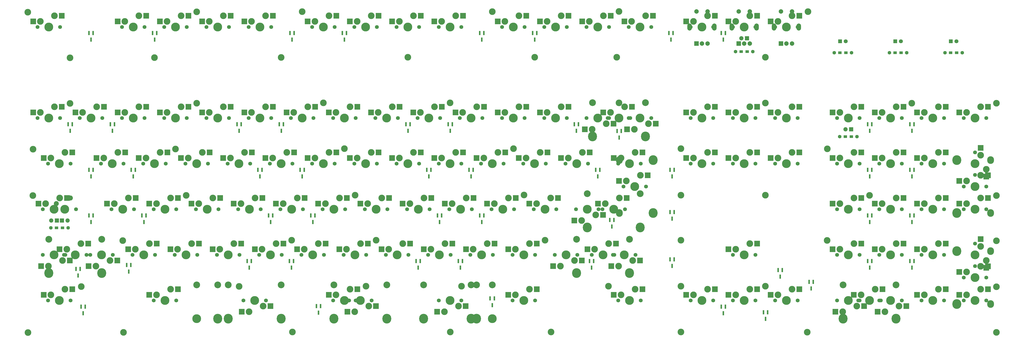
<source format=gbs>
G04 #@! TF.GenerationSoftware,KiCad,Pcbnew,7.0.7*
G04 #@! TF.CreationDate,2023-09-16T21:04:52-07:00*
G04 #@! TF.ProjectId,pcb,7063622e-6b69-4636-9164-5f7063625858,rev?*
G04 #@! TF.SameCoordinates,Original*
G04 #@! TF.FileFunction,Soldermask,Bot*
G04 #@! TF.FilePolarity,Negative*
%FSLAX46Y46*%
G04 Gerber Fmt 4.6, Leading zero omitted, Abs format (unit mm)*
G04 Created by KiCad (PCBNEW 7.0.7) date 2023-09-16 21:04:52*
%MOMM*%
%LPD*%
G01*
G04 APERTURE LIST*
%ADD10C,3.987800*%
%ADD11C,1.750000*%
%ADD12C,3.000000*%
%ADD13R,2.550000X2.500000*%
%ADD14C,1.600000*%
%ADD15R,1.500000X1.200000*%
%ADD16R,1.800000X1.800000*%
%ADD17C,1.800000*%
%ADD18C,3.048000*%
%ADD19O,3.987800X4.387800*%
%ADD20O,2.000000X3.200000*%
%ADD21R,2.000000X2.000000*%
%ADD22C,2.000000*%
%ADD23O,3.048000X3.448000*%
%ADD24R,2.500000X2.550000*%
%ADD25C,2.250000*%
%ADD26C,1.905000*%
%ADD27R,1.905000X1.905000*%
%ADD28R,0.800000X1.900000*%
G04 APERTURE END LIST*
D10*
X316706250Y-154200150D03*
D11*
X311626250Y-154200150D03*
D12*
X314166250Y-159280150D03*
D11*
X321786250Y-154200150D03*
D12*
X320516250Y-156740150D03*
D13*
X323791250Y-156740150D03*
X310864250Y-159280150D03*
D14*
X444150000Y-62992000D03*
D15*
X441600000Y-62992000D03*
D14*
X436350000Y-62992000D03*
D15*
X438900000Y-62992000D03*
D11*
X209867500Y-133640143D03*
D10*
X204787500Y-133640143D03*
D12*
X207327500Y-128560143D03*
D11*
X199707500Y-133640143D03*
D12*
X200977500Y-131100143D03*
D13*
X197702500Y-131100143D03*
X210629500Y-128560143D03*
D12*
X190500000Y-106330000D03*
X367023500Y-89980097D03*
D11*
X365753500Y-92520097D03*
X375913500Y-92520097D03*
D10*
X370833500Y-92520097D03*
D12*
X373373500Y-87440097D03*
D13*
X363748500Y-89980097D03*
X376675500Y-87440097D03*
D12*
X66680000Y-65300000D03*
D16*
X438975000Y-57900000D03*
D17*
X441515000Y-57900000D03*
D11*
X147320000Y-51400055D03*
D12*
X154940000Y-46320055D03*
D10*
X152400000Y-51400055D03*
D12*
X148590000Y-48860055D03*
D11*
X157480000Y-51400055D03*
D13*
X145315000Y-48860055D03*
X158242000Y-46320055D03*
D10*
X195262500Y-154200165D03*
D12*
X197802500Y-149120165D03*
D11*
X190182500Y-154200165D03*
X200342500Y-154200165D03*
D12*
X191452500Y-151660165D03*
D13*
X188177500Y-151660165D03*
X201104500Y-149120165D03*
D11*
X412737000Y-174760181D03*
X422897000Y-174760181D03*
D10*
X417817000Y-174760181D03*
D12*
X421627000Y-177300181D03*
X415277000Y-179840181D03*
D13*
X424902000Y-177300181D03*
X411975000Y-179840181D03*
D12*
X200190000Y-168330000D03*
D15*
X63326000Y-141986000D03*
D14*
X65876000Y-141986000D03*
X58076000Y-141986000D03*
D15*
X60626000Y-141986000D03*
D11*
X317023750Y-133640130D03*
D18*
X300005750Y-126655130D03*
D12*
X314483750Y-128560130D03*
D11*
X306863750Y-133640130D03*
D18*
X323881750Y-126655130D03*
D12*
X308133750Y-131100130D03*
D19*
X300005750Y-141895130D03*
D10*
X311943750Y-133640130D03*
D19*
X323881750Y-141895130D03*
D13*
X304858750Y-131100130D03*
X317785750Y-128560130D03*
D12*
X342260000Y-127280000D03*
X380360000Y-85690000D03*
D10*
X185737500Y-133640143D03*
D11*
X180657500Y-133640143D03*
D12*
X181927500Y-131100143D03*
D11*
X190817500Y-133640143D03*
D12*
X188277500Y-128560143D03*
D13*
X178652500Y-131100143D03*
X191579500Y-128560143D03*
D15*
X372183500Y-62484000D03*
D14*
X374733500Y-62484000D03*
X366933500Y-62484000D03*
D15*
X369483500Y-62484000D03*
D12*
X166690000Y-147640000D03*
D11*
X469887000Y-174760187D03*
D10*
X474967000Y-174760187D03*
D12*
X477507000Y-169680187D03*
D11*
X480047000Y-174760187D03*
D12*
X471157000Y-172220187D03*
D13*
X467882000Y-172220187D03*
X480809000Y-169680187D03*
D11*
X431787000Y-133640139D03*
D12*
X433057000Y-131100139D03*
D10*
X436867000Y-133640139D03*
D12*
X439407000Y-128560139D03*
D11*
X441947000Y-133640139D03*
D13*
X429782000Y-131100139D03*
X442709000Y-128560139D03*
D12*
X115252500Y-151660165D03*
D10*
X119062500Y-154200165D03*
D11*
X113982500Y-154200165D03*
D12*
X121602500Y-149120165D03*
D11*
X124142500Y-154200165D03*
D13*
X111977500Y-151660165D03*
X124904500Y-149120165D03*
D10*
X85725000Y-113080121D03*
D11*
X90805000Y-113080121D03*
D12*
X81915000Y-110540121D03*
D11*
X80645000Y-113080121D03*
D12*
X88265000Y-108000121D03*
D13*
X78640000Y-110540121D03*
X91567000Y-108000121D03*
D12*
X105727500Y-172220187D03*
D10*
X109537500Y-174760187D03*
D11*
X114617500Y-174760187D03*
D12*
X112077500Y-169680187D03*
D11*
X104457500Y-174760187D03*
D13*
X102452500Y-172220187D03*
X115379500Y-169680187D03*
D12*
X414007000Y-151660160D03*
X420357000Y-149120160D03*
D11*
X422897000Y-154200160D03*
D10*
X417817000Y-154200160D03*
D11*
X412737000Y-154200160D03*
D13*
X410732000Y-151660160D03*
X423659000Y-149120160D03*
D11*
X238442500Y-154200165D03*
X228282500Y-154200165D03*
D12*
X229552500Y-151660165D03*
X235902500Y-149120165D03*
D10*
X233362500Y-154200165D03*
D13*
X226277500Y-151660165D03*
X239204500Y-149120165D03*
D20*
X376433500Y-51400055D03*
X365233500Y-51400055D03*
D21*
X368333500Y-58900055D03*
D22*
X373333500Y-58900055D03*
X370833500Y-58900055D03*
X373333500Y-44400055D03*
X368333500Y-44400055D03*
D11*
X450837000Y-133640139D03*
D12*
X458457000Y-128560139D03*
D11*
X460997000Y-133640139D03*
D10*
X455917000Y-133640139D03*
D12*
X452107000Y-131100139D03*
D13*
X448832000Y-131100139D03*
X461759000Y-128560139D03*
D12*
X71596250Y-149120150D03*
D10*
X69056250Y-154200150D03*
D18*
X57118250Y-147215150D03*
D19*
X57118250Y-162455150D03*
D11*
X63976250Y-154200150D03*
X74136250Y-154200150D03*
D18*
X80994250Y-147215150D03*
D19*
X80994250Y-162455150D03*
D12*
X65246250Y-151660150D03*
D13*
X61971250Y-151660150D03*
X74898250Y-149120150D03*
D12*
X90870000Y-189180000D03*
X380360000Y-65090000D03*
X283700000Y-188980000D03*
D10*
X104775000Y-113080121D03*
D12*
X100965000Y-110540121D03*
X107315000Y-108000121D03*
D11*
X109855000Y-113080121D03*
X99695000Y-113080121D03*
D13*
X97690000Y-110540121D03*
X110617000Y-108000121D03*
D12*
X193040000Y-87440099D03*
X186690000Y-89980099D03*
D11*
X185420000Y-92520099D03*
X195580000Y-92520099D03*
D10*
X190500000Y-92520099D03*
D13*
X183415000Y-89980099D03*
X196342000Y-87440099D03*
D12*
X238210000Y-189010000D03*
D10*
X128587500Y-133640143D03*
D12*
X124777500Y-131100143D03*
D11*
X123507500Y-133640143D03*
X133667500Y-133640143D03*
D12*
X131127500Y-128560143D03*
D13*
X121502500Y-131100143D03*
X134429500Y-128560143D03*
D12*
X484610000Y-127460000D03*
D11*
X384803500Y-174760188D03*
X394963500Y-174760188D03*
D12*
X392423500Y-169680188D03*
D10*
X389883500Y-174760188D03*
D12*
X386073500Y-172220188D03*
D13*
X382798500Y-172220188D03*
X395725500Y-169680188D03*
D10*
X474967000Y-123360132D03*
D19*
X466712000Y-111422132D03*
D11*
X469887000Y-123360132D03*
D19*
X466712000Y-135298132D03*
D23*
X481952000Y-135298132D03*
D11*
X480047000Y-123360132D03*
D23*
X481952000Y-111422132D03*
D12*
X477507000Y-118280132D03*
X471157000Y-120820132D03*
D13*
X467882000Y-120820132D03*
X480809000Y-118280132D03*
D12*
X202565000Y-108000121D03*
D11*
X205105000Y-113080121D03*
D12*
X196215000Y-110540121D03*
D10*
X200025000Y-113080121D03*
D11*
X194945000Y-113080121D03*
D13*
X192940000Y-110540121D03*
X205867000Y-108000121D03*
D12*
X427350000Y-127400000D03*
X392423500Y-87440097D03*
D11*
X394963500Y-92520097D03*
D10*
X389883500Y-92520097D03*
D12*
X386073500Y-89980097D03*
D11*
X384803500Y-92520097D03*
D13*
X382798500Y-89980097D03*
X395725500Y-87440097D03*
D14*
X469210000Y-62992000D03*
D15*
X466660000Y-62992000D03*
D14*
X461410000Y-62992000D03*
D15*
X463960000Y-62992000D03*
D10*
X61912500Y-113080121D03*
D11*
X56832500Y-113080121D03*
D12*
X64452500Y-108000121D03*
X58102500Y-110540121D03*
D11*
X66992500Y-113080121D03*
D13*
X54827500Y-110540121D03*
X67754500Y-108000121D03*
D12*
X238130000Y-85660000D03*
D11*
X209232500Y-154200165D03*
D12*
X216852500Y-149120165D03*
D10*
X214312500Y-154200165D03*
D12*
X210502500Y-151660165D03*
D11*
X219392500Y-154200165D03*
D13*
X207227500Y-151660165D03*
X220154500Y-149120165D03*
D12*
X226377500Y-128560143D03*
D11*
X218757500Y-133640143D03*
X228917500Y-133640143D03*
D10*
X223837500Y-133640143D03*
D12*
X220027500Y-131100143D03*
D13*
X216752500Y-131100143D03*
X229679500Y-128560143D03*
D12*
X313320000Y-65040000D03*
X380360000Y-168380000D03*
X204800000Y-147580000D03*
X342260000Y-168330000D03*
X327660000Y-95060099D03*
D10*
X323850000Y-92520099D03*
D11*
X318770000Y-92520099D03*
X328930000Y-92520099D03*
D12*
X321310000Y-97600099D03*
D13*
X330935000Y-95060099D03*
X318008000Y-97600099D03*
D16*
X414065000Y-57880000D03*
D17*
X416605000Y-57880000D03*
D12*
X408280000Y-147700000D03*
D11*
X375913500Y-113080118D03*
X365753500Y-113080118D03*
D12*
X367023500Y-110540118D03*
D10*
X370833500Y-113080118D03*
D12*
X373373500Y-108000118D03*
D13*
X363748500Y-110540118D03*
X376675500Y-108000118D03*
D12*
X180980000Y-85670000D03*
D10*
X209550000Y-92520099D03*
D11*
X204470000Y-92520099D03*
D12*
X205740000Y-89980099D03*
X212090000Y-87440099D03*
D11*
X214630000Y-92520099D03*
D13*
X202465000Y-89980099D03*
X215392000Y-87440099D03*
D12*
X139065000Y-110540121D03*
D10*
X142875000Y-113080121D03*
D11*
X137795000Y-113080121D03*
D12*
X145415000Y-108000121D03*
D11*
X147955000Y-113080121D03*
D13*
X135790000Y-110540121D03*
X148717000Y-108000121D03*
D12*
X161970000Y-65120000D03*
X186690000Y-172220170D03*
X193040000Y-169680170D03*
D18*
X133350000Y-167775170D03*
D19*
X133350000Y-183015170D03*
D10*
X190500000Y-174760170D03*
D11*
X185420000Y-174760170D03*
X195580000Y-174760170D03*
D19*
X247650000Y-183015170D03*
D18*
X247650000Y-167775170D03*
D13*
X183415000Y-172220170D03*
X196342000Y-169680170D03*
D10*
X351783500Y-51400055D03*
D12*
X354323500Y-46320055D03*
D11*
X356863500Y-51400055D03*
D12*
X347973500Y-48860055D03*
D11*
X346703500Y-51400055D03*
D13*
X344698500Y-48860055D03*
X357625500Y-46320055D03*
D11*
X300355000Y-113080121D03*
X290195000Y-113080121D03*
D12*
X291465000Y-110540121D03*
D10*
X295275000Y-113080121D03*
D12*
X297815000Y-108000121D03*
D13*
X288190000Y-110540121D03*
X301117000Y-108000121D03*
D11*
X314007500Y-174760187D03*
D12*
X321627500Y-169680187D03*
D10*
X319087500Y-174760187D03*
D11*
X324167500Y-174760187D03*
D12*
X315277500Y-172220187D03*
D13*
X312002500Y-172220187D03*
X324929500Y-169680187D03*
D11*
X138430000Y-51400055D03*
D12*
X129540000Y-48860055D03*
D10*
X133350000Y-51400055D03*
D12*
X135890000Y-46320055D03*
D11*
X128270000Y-51400055D03*
D13*
X126265000Y-48860055D03*
X139192000Y-46320055D03*
D12*
X269240000Y-87440099D03*
X262890000Y-89980099D03*
D11*
X261620000Y-92520099D03*
D10*
X266700000Y-92520099D03*
D11*
X271780000Y-92520099D03*
D13*
X259615000Y-89980099D03*
X272542000Y-87440099D03*
D12*
X484610000Y-189200000D03*
X171460000Y-44480000D03*
D11*
X375913500Y-154200167D03*
D10*
X370833500Y-154200167D03*
D12*
X373373500Y-149120167D03*
D11*
X365753500Y-154200167D03*
D12*
X367023500Y-151660167D03*
D13*
X363748500Y-151660167D03*
X376675500Y-149120167D03*
D11*
X266382500Y-174760187D03*
D12*
X267652500Y-172220187D03*
D11*
X276542500Y-174760187D03*
D12*
X274002500Y-169680187D03*
D10*
X271462500Y-174760187D03*
D13*
X264377500Y-172220187D03*
X277304500Y-169680187D03*
D12*
X297497500Y-138720143D03*
D11*
X294957500Y-133640143D03*
D10*
X300037500Y-133640143D03*
D12*
X303847500Y-136180143D03*
D11*
X305117500Y-133640143D03*
D13*
X307122500Y-136180143D03*
X294195500Y-138720143D03*
D11*
X171767500Y-133640143D03*
D10*
X166687500Y-133640143D03*
D12*
X169227500Y-128560143D03*
X162877500Y-131100143D03*
D11*
X161607500Y-133640143D03*
D13*
X159602500Y-131100143D03*
X172529500Y-128560143D03*
D12*
X119070000Y-127420000D03*
X114310000Y-106470000D03*
X414007000Y-110540118D03*
D11*
X422897000Y-113080118D03*
D12*
X420357000Y-108000118D03*
D10*
X417817000Y-113080118D03*
D11*
X412737000Y-113080118D03*
D13*
X410732000Y-110540118D03*
X423659000Y-108000118D03*
D10*
X123825000Y-113080121D03*
D12*
X126365000Y-108000121D03*
D11*
X128905000Y-113080121D03*
D12*
X120015000Y-110540121D03*
D11*
X118745000Y-113080121D03*
D13*
X116740000Y-110540121D03*
X129667000Y-108000121D03*
D12*
X452107000Y-89980097D03*
D11*
X450837000Y-92520097D03*
D10*
X455917000Y-92520097D03*
D12*
X458457000Y-87440097D03*
D11*
X460997000Y-92520097D03*
D13*
X448832000Y-89980097D03*
X461759000Y-87440097D03*
D11*
X299720000Y-51400055D03*
D10*
X304800000Y-51400055D03*
D12*
X307340000Y-46320055D03*
D11*
X309880000Y-51400055D03*
D12*
X300990000Y-48860055D03*
D13*
X297715000Y-48860055D03*
X310642000Y-46320055D03*
D12*
X281940000Y-48860055D03*
D10*
X285750000Y-51400055D03*
D11*
X280670000Y-51400055D03*
D12*
X288290000Y-46320055D03*
D11*
X290830000Y-51400055D03*
D13*
X278665000Y-48860055D03*
X291592000Y-46320055D03*
D11*
X474967000Y-149120160D03*
D12*
X477507000Y-150390160D03*
D10*
X474967000Y-154200160D03*
D11*
X474967000Y-159280160D03*
D12*
X480047000Y-156740160D03*
D24*
X477507000Y-147115160D03*
X480047000Y-160042160D03*
D19*
X138080750Y-183015170D03*
D12*
X153828750Y-177300170D03*
D11*
X155098750Y-174760170D03*
D19*
X161956750Y-183015170D03*
D18*
X161956750Y-167775170D03*
X138080750Y-167775170D03*
D11*
X144938750Y-174760170D03*
D10*
X150018750Y-174760170D03*
D12*
X147478750Y-179840170D03*
D13*
X157103750Y-177300170D03*
X144176750Y-179840170D03*
D12*
X446390000Y-85800000D03*
D16*
X464035000Y-57900000D03*
D17*
X466575000Y-57900000D03*
D12*
X47620000Y-44730000D03*
D11*
X194945000Y-51400055D03*
D10*
X200025000Y-51400055D03*
D12*
X196215000Y-48860055D03*
X202565000Y-46320055D03*
D11*
X205105000Y-51400055D03*
D13*
X192940000Y-48860055D03*
X205867000Y-46320055D03*
D11*
X138430000Y-92520099D03*
D10*
X133350000Y-92520099D03*
D12*
X129540000Y-89980099D03*
D11*
X128270000Y-92520099D03*
D12*
X135890000Y-87440099D03*
D13*
X126265000Y-89980099D03*
X139192000Y-87440099D03*
D12*
X314350000Y-44430000D03*
D11*
X450837000Y-113080118D03*
D12*
X458457000Y-108000118D03*
D10*
X455917000Y-113080118D03*
D12*
X452107000Y-110540118D03*
D11*
X460997000Y-113080118D03*
D13*
X448832000Y-110540118D03*
X461759000Y-108000118D03*
D10*
X228600000Y-92520099D03*
D12*
X224790000Y-89980099D03*
X231140000Y-87440099D03*
D11*
X233680000Y-92520099D03*
X223520000Y-92520099D03*
D13*
X221515000Y-89980099D03*
X234442000Y-87440099D03*
D12*
X90490000Y-147810000D03*
X414007000Y-131100139D03*
X420357000Y-128560139D03*
D11*
X412737000Y-133640139D03*
D10*
X417817000Y-133640139D03*
D11*
X422897000Y-133640139D03*
D13*
X410732000Y-131100139D03*
X423659000Y-128560139D03*
D11*
X267017500Y-133640143D03*
D12*
X258127500Y-131100143D03*
X264477500Y-128560143D03*
D10*
X261937500Y-133640143D03*
D11*
X256857500Y-133640143D03*
D13*
X254852500Y-131100143D03*
X267779500Y-128560143D03*
D12*
X303371250Y-151660150D03*
D18*
X319119250Y-147215150D03*
D10*
X307181250Y-154200150D03*
D19*
X295243250Y-162455150D03*
X319119250Y-162455150D03*
D11*
X302101250Y-154200150D03*
D12*
X309721250Y-149120150D03*
D18*
X295243250Y-147215150D03*
D11*
X312261250Y-154200150D03*
D13*
X300096250Y-151660150D03*
X313023250Y-149120150D03*
D19*
X466712000Y-152542176D03*
D12*
X471157000Y-161940176D03*
D10*
X474967000Y-164480176D03*
D23*
X481952000Y-176418176D03*
D19*
X466712000Y-176418176D03*
D23*
X481952000Y-152542176D03*
D11*
X480047000Y-164480176D03*
D12*
X477507000Y-159400176D03*
D11*
X469887000Y-164480176D03*
D13*
X467882000Y-161940176D03*
X480809000Y-159400176D03*
D12*
X84772500Y-156740165D03*
D11*
X86042500Y-154200165D03*
D12*
X78422500Y-159280165D03*
D11*
X75882500Y-154200165D03*
D10*
X80962500Y-154200165D03*
D13*
X88047500Y-156740165D03*
X75120500Y-159280165D03*
D12*
X484610000Y-147830000D03*
D11*
X356863500Y-92520097D03*
D12*
X347973500Y-89980097D03*
X354323500Y-87440097D03*
D11*
X346703500Y-92520097D03*
D10*
X351783500Y-92520097D03*
D13*
X344698500Y-89980097D03*
X357625500Y-87440097D03*
D12*
X215265000Y-48860055D03*
X221615000Y-46320055D03*
D11*
X213995000Y-51400055D03*
D10*
X219075000Y-51400055D03*
D11*
X224155000Y-51400055D03*
D13*
X211990000Y-48860055D03*
X224917000Y-46320055D03*
D19*
X185705750Y-183015170D03*
D11*
X192563750Y-174760170D03*
D12*
X195103750Y-179840170D03*
D18*
X185705750Y-167775170D03*
D19*
X209581750Y-183015170D03*
D12*
X201453750Y-177300170D03*
D11*
X202723750Y-174760170D03*
D10*
X197643750Y-174760170D03*
D18*
X209581750Y-167775170D03*
D13*
X204728750Y-177300170D03*
X191801750Y-179840170D03*
D12*
X123820000Y-44560000D03*
X440677000Y-177300181D03*
X434327000Y-179840181D03*
D11*
X431787000Y-174760181D03*
D10*
X436867000Y-174760181D03*
D11*
X441947000Y-174760181D03*
D13*
X443952000Y-177300181D03*
X431025000Y-179840181D03*
D14*
X421717000Y-100838000D03*
D15*
X419167000Y-100838000D03*
X416467000Y-100838000D03*
D14*
X413917000Y-100838000D03*
D12*
X399300000Y-189070000D03*
D10*
X290512500Y-154200150D03*
D12*
X294322500Y-156740150D03*
D11*
X295592500Y-154200150D03*
X285432500Y-154200150D03*
D12*
X287972500Y-159280150D03*
D13*
X297597500Y-156740150D03*
X284670500Y-159280150D03*
D12*
X97790000Y-46320055D03*
D11*
X100330000Y-51400055D03*
X90170000Y-51400055D03*
D10*
X95250000Y-51400055D03*
D12*
X91440000Y-48860055D03*
D13*
X88165000Y-48860055D03*
X101092000Y-46320055D03*
D12*
X47730000Y-189240000D03*
D11*
X162242500Y-154200165D03*
D12*
X159702500Y-149120165D03*
D10*
X157162500Y-154200165D03*
D11*
X152082500Y-154200165D03*
D12*
X153352500Y-151660165D03*
D13*
X150077500Y-151660165D03*
X163004500Y-149120165D03*
D20*
X346183500Y-51400055D03*
X357383500Y-51400055D03*
D21*
X349283500Y-58900055D03*
D22*
X354283500Y-58900055D03*
X351783500Y-58900055D03*
X354283500Y-44400055D03*
X349283500Y-44400055D03*
D12*
X142960000Y-168420000D03*
D15*
X416690000Y-62992000D03*
D14*
X419240000Y-62992000D03*
D15*
X413990000Y-62992000D03*
D14*
X411440000Y-62992000D03*
D11*
X480047000Y-133640139D03*
D12*
X477507000Y-128560139D03*
D11*
X469887000Y-133640139D03*
D12*
X471157000Y-131100139D03*
D10*
X474967000Y-133640139D03*
D13*
X467882000Y-131100139D03*
X480809000Y-128560139D03*
D12*
X342260000Y-188990000D03*
X281010000Y-147630000D03*
D10*
X238125000Y-113080121D03*
D12*
X234315000Y-110540121D03*
D11*
X233045000Y-113080121D03*
D12*
X240665000Y-108000121D03*
D11*
X243205000Y-113080121D03*
D13*
X231040000Y-110540121D03*
X243967000Y-108000121D03*
D12*
X63341250Y-156740165D03*
D11*
X54451250Y-154200165D03*
D10*
X59531250Y-154200165D03*
D11*
X64611250Y-154200165D03*
D12*
X56991250Y-159280165D03*
D13*
X66616250Y-156740165D03*
X53689250Y-159280165D03*
D11*
X109220000Y-51400055D03*
D10*
X114300000Y-51400055D03*
D12*
X110490000Y-48860055D03*
D11*
X119380000Y-51400055D03*
D12*
X116840000Y-46320055D03*
D13*
X107215000Y-48860055D03*
X120142000Y-46320055D03*
D11*
X157480000Y-92520099D03*
D10*
X152400000Y-92520099D03*
D11*
X147320000Y-92520099D03*
D12*
X154940000Y-87440099D03*
X148590000Y-89980099D03*
D13*
X145315000Y-89980099D03*
X158242000Y-87440099D03*
D12*
X49990000Y-106590000D03*
D10*
X389883500Y-51400055D03*
D11*
X384803500Y-51400055D03*
D12*
X386073500Y-48860055D03*
X392423500Y-46320055D03*
D11*
X394963500Y-51400055D03*
D13*
X382798500Y-48860055D03*
X395725500Y-46320055D03*
D18*
X250063000Y-167775170D03*
D11*
X243205000Y-174760170D03*
D18*
X226187000Y-167775170D03*
D12*
X235585000Y-179840170D03*
D11*
X233045000Y-174760170D03*
D10*
X238125000Y-174760170D03*
D12*
X241935000Y-177300170D03*
D19*
X250063000Y-183015170D03*
X226187000Y-183015170D03*
D13*
X245210000Y-177300170D03*
X232283000Y-179840170D03*
D11*
X119380000Y-92520099D03*
D10*
X114300000Y-92520099D03*
D12*
X110490000Y-89980099D03*
X116840000Y-87440099D03*
D11*
X109220000Y-92520099D03*
D13*
X107215000Y-89980099D03*
X120142000Y-87440099D03*
D12*
X484610000Y-85840000D03*
X240665000Y-46320055D03*
D11*
X243205000Y-51400055D03*
X233045000Y-51400055D03*
D12*
X234315000Y-48860055D03*
D10*
X238125000Y-51400055D03*
D13*
X231040000Y-48860055D03*
X243967000Y-46320055D03*
D10*
X436867000Y-92520097D03*
D12*
X439407000Y-87440097D03*
D11*
X441947000Y-92520097D03*
X431787000Y-92520097D03*
D12*
X433057000Y-89980097D03*
D13*
X429782000Y-89980097D03*
X442709000Y-87440097D03*
D11*
X290830000Y-92520099D03*
D12*
X281940000Y-89980099D03*
D10*
X285750000Y-92520099D03*
D12*
X288290000Y-87440099D03*
D11*
X280670000Y-92520099D03*
D13*
X278665000Y-89980099D03*
X291592000Y-87440099D03*
D12*
X399630000Y-44480000D03*
D10*
X123825000Y-183015170D03*
X257175000Y-183015170D03*
D18*
X257175000Y-167775170D03*
X123825000Y-167775170D03*
D11*
X394963500Y-113080118D03*
D10*
X389883500Y-113080118D03*
D12*
X392423500Y-108000118D03*
D11*
X384803500Y-113080118D03*
D12*
X386073500Y-110540118D03*
D13*
X382798500Y-110540118D03*
X395725500Y-108000118D03*
D12*
X309580000Y-168330000D03*
D11*
X104457500Y-133640143D03*
D12*
X105727500Y-131100143D03*
D10*
X109537500Y-133640143D03*
D12*
X112077500Y-128560143D03*
D11*
X114617500Y-133640143D03*
D13*
X102452500Y-131100143D03*
X115379500Y-128560143D03*
D12*
X123830000Y-85790000D03*
X408300000Y-106420000D03*
D11*
X271145000Y-113080121D03*
D12*
X278765000Y-108000121D03*
D10*
X276225000Y-113080121D03*
D12*
X272415000Y-110540121D03*
D11*
X281305000Y-113080121D03*
D13*
X269140000Y-110540121D03*
X282067000Y-108000121D03*
D11*
X441947000Y-113080118D03*
X431787000Y-113080118D03*
D12*
X439407000Y-108000118D03*
X433057000Y-110540118D03*
D10*
X436867000Y-113080118D03*
D13*
X429782000Y-110540118D03*
X442709000Y-108000118D03*
D10*
X455917000Y-154200160D03*
D11*
X460997000Y-154200160D03*
D12*
X452107000Y-151660160D03*
D11*
X450837000Y-154200160D03*
D12*
X458457000Y-149120160D03*
D13*
X448832000Y-151660160D03*
X461759000Y-149120160D03*
D11*
X52070000Y-92520097D03*
D12*
X59690000Y-87440097D03*
D10*
X57150000Y-92520097D03*
D12*
X53340000Y-89980097D03*
D11*
X62230000Y-92520097D03*
D13*
X50065000Y-89980097D03*
X62992000Y-87440097D03*
D10*
X351783500Y-113080118D03*
D11*
X356863500Y-113080118D03*
D12*
X347973500Y-110540118D03*
X354323500Y-108000118D03*
D11*
X346703500Y-113080118D03*
D13*
X344698500Y-110540118D03*
X357625500Y-108000118D03*
D12*
X423532000Y-172220181D03*
D11*
X422262000Y-174760181D03*
D18*
X439280000Y-167775181D03*
X415404000Y-167775181D03*
D12*
X429882000Y-169680181D03*
D10*
X427342000Y-174760181D03*
D19*
X439280000Y-183015181D03*
D11*
X432422000Y-174760181D03*
D19*
X415404000Y-183015181D03*
D13*
X420257000Y-172220181D03*
X433184000Y-169680181D03*
D11*
X441947000Y-154200160D03*
X431787000Y-154200160D03*
D12*
X439407000Y-149120160D03*
D10*
X436867000Y-154200160D03*
D12*
X433057000Y-151660160D03*
D13*
X429782000Y-151660160D03*
X442709000Y-149120160D03*
D12*
X96202500Y-151660165D03*
D11*
X105092500Y-154200165D03*
D12*
X102552500Y-149120165D03*
D10*
X100012500Y-154200165D03*
D11*
X94932500Y-154200165D03*
D13*
X92927500Y-151660165D03*
X105854500Y-149120165D03*
D12*
X150177500Y-128560143D03*
D11*
X152717500Y-133640143D03*
X142557500Y-133640143D03*
D10*
X147637500Y-133640143D03*
D12*
X143827500Y-131100143D03*
D13*
X140552500Y-131100143D03*
X153479500Y-128560143D03*
D11*
X356863500Y-174760188D03*
X346703500Y-174760188D03*
D12*
X354323500Y-169680188D03*
X347973500Y-172220188D03*
D10*
X351783500Y-174760188D03*
D13*
X344698500Y-172220188D03*
X357625500Y-169680188D03*
D10*
X474967000Y-113080110D03*
D11*
X474967000Y-118160110D03*
D12*
X480047000Y-115620110D03*
X477507000Y-109270110D03*
D11*
X474967000Y-108000110D03*
D24*
X477507000Y-105995110D03*
X480047000Y-118922110D03*
D10*
X370833500Y-174760188D03*
D11*
X365753500Y-174760188D03*
X375913500Y-174760188D03*
D12*
X373373500Y-169680188D03*
X367023500Y-172220188D03*
D13*
X363748500Y-172220188D03*
X376675500Y-169680188D03*
D11*
X175895000Y-113080121D03*
D12*
X183515000Y-108000121D03*
D10*
X180975000Y-113080121D03*
D12*
X177165000Y-110540121D03*
D11*
X186055000Y-113080121D03*
D13*
X173890000Y-110540121D03*
X186817000Y-108000121D03*
D12*
X219120000Y-65050000D03*
D11*
X309880000Y-92520090D03*
D10*
X304800000Y-92520090D03*
D11*
X299720000Y-92520090D03*
D12*
X302260000Y-97600090D03*
X308610000Y-95060090D03*
D13*
X311885000Y-95060090D03*
X298958000Y-97600090D03*
D12*
X342260000Y-147600000D03*
D20*
X384283500Y-51400055D03*
X395483500Y-51400055D03*
D21*
X387383500Y-58900055D03*
D22*
X392383500Y-58900055D03*
X389883500Y-58900055D03*
X392383500Y-44400055D03*
X387383500Y-44400055D03*
D11*
X257492500Y-154200165D03*
D10*
X252412500Y-154200165D03*
D12*
X248602500Y-151660165D03*
X254952500Y-149120165D03*
D11*
X247332500Y-154200165D03*
D13*
X245327500Y-151660165D03*
X258254500Y-149120165D03*
D11*
X469887000Y-92520097D03*
D10*
X474967000Y-92520097D03*
D12*
X477507000Y-87440097D03*
X471157000Y-89980097D03*
D11*
X480047000Y-92520097D03*
D13*
X467882000Y-89980097D03*
X480809000Y-87440097D03*
D12*
X257190000Y-44450000D03*
X134302500Y-151660165D03*
D11*
X133032500Y-154200165D03*
X143192500Y-154200165D03*
D10*
X138112500Y-154200165D03*
D12*
X140652500Y-149120165D03*
D13*
X131027500Y-151660165D03*
X143954500Y-149120165D03*
D11*
X460997000Y-174760187D03*
D10*
X455917000Y-174760187D03*
D12*
X452107000Y-172220187D03*
D11*
X450837000Y-174760187D03*
D12*
X458457000Y-169680187D03*
D13*
X448832000Y-172220187D03*
X461759000Y-169680187D03*
D12*
X342260000Y-106340000D03*
X167070000Y-189010000D03*
D11*
X314007500Y-113080121D03*
D12*
X321627500Y-108000121D03*
X315277500Y-110540121D03*
D10*
X319087500Y-113080121D03*
D11*
X324167500Y-113080121D03*
D13*
X312002500Y-110540121D03*
X324929500Y-108000121D03*
D12*
X243290000Y-168340000D03*
X178752500Y-149120165D03*
D11*
X171132500Y-154200165D03*
D12*
X172402500Y-151660165D03*
D10*
X176212500Y-154200165D03*
D11*
X181292500Y-154200165D03*
D13*
X169127500Y-151660165D03*
X182054500Y-149120165D03*
D12*
X484610000Y-168580000D03*
D11*
X261620000Y-51400055D03*
D12*
X262890000Y-48860055D03*
X269240000Y-46320055D03*
D11*
X271780000Y-51400055D03*
D10*
X266700000Y-51400055D03*
D13*
X259615000Y-48860055D03*
X272542000Y-46320055D03*
D12*
X317658750Y-120820120D03*
D23*
X314483750Y-111422120D03*
D12*
X324008750Y-118280120D03*
D19*
X329723750Y-111422120D03*
X329723750Y-135298120D03*
D11*
X316388750Y-123360120D03*
X326548750Y-123360120D03*
D10*
X321468750Y-123360120D03*
D23*
X314483750Y-135298120D03*
D13*
X314383750Y-120820120D03*
X327310750Y-118280120D03*
D10*
X271462500Y-154200165D03*
D11*
X276542500Y-154200165D03*
X266382500Y-154200165D03*
D12*
X274002500Y-149120165D03*
X267652500Y-151660165D03*
D13*
X264377500Y-151660165D03*
X277304500Y-149120165D03*
D12*
X195270000Y-127260000D03*
D10*
X64293750Y-133640130D03*
D11*
X69373750Y-133640130D03*
X59213750Y-133640130D03*
D25*
X60483750Y-131100130D03*
X66833750Y-128560130D03*
D26*
X65563750Y-138720130D03*
D27*
X63023750Y-138720130D03*
D12*
X271470000Y-127240000D03*
D10*
X370833500Y-51400055D03*
D11*
X365753500Y-51400055D03*
X375913500Y-51400055D03*
D12*
X373373500Y-46320055D03*
X367023500Y-48860055D03*
D13*
X363748500Y-48860055D03*
X376675500Y-46320055D03*
D26*
X369563500Y-56480055D03*
D27*
X372103500Y-56480055D03*
D12*
X49970000Y-127500000D03*
X173990000Y-87440099D03*
D10*
X171450000Y-92520099D03*
D11*
X176530000Y-92520099D03*
D12*
X167640000Y-89980099D03*
D11*
X166370000Y-92520099D03*
D13*
X164365000Y-89980099D03*
X177292000Y-87440099D03*
D11*
X90170000Y-92520099D03*
D10*
X95250000Y-92520099D03*
D11*
X100330000Y-92520099D03*
D12*
X91440000Y-89980099D03*
X97790000Y-87440099D03*
D13*
X88165000Y-89980099D03*
X101092000Y-87440099D03*
D10*
X59531250Y-133640130D03*
D11*
X54451250Y-133640130D03*
X64611250Y-133640130D03*
D12*
X62071250Y-128560130D03*
X55721250Y-131100130D03*
D13*
X52446250Y-131100130D03*
X65373250Y-128560130D03*
D26*
X58261250Y-138720130D03*
D27*
X60801250Y-138720130D03*
D10*
X76200000Y-92520099D03*
D11*
X81280000Y-92520099D03*
D12*
X72390000Y-89980099D03*
X78740000Y-87440099D03*
D11*
X71120000Y-92520099D03*
D13*
X69115000Y-89980099D03*
X82042000Y-87440099D03*
D12*
X326390000Y-46320055D03*
D11*
X328930000Y-51400055D03*
X318770000Y-51400055D03*
D10*
X323850000Y-51400055D03*
D12*
X320040000Y-48860055D03*
D13*
X316765000Y-48860055D03*
X329692000Y-46320055D03*
D12*
X380360000Y-127300000D03*
D11*
X85407500Y-133640143D03*
D10*
X90487500Y-133640143D03*
D11*
X95567500Y-133640143D03*
D12*
X93027500Y-128560143D03*
X86677500Y-131100143D03*
D13*
X83402500Y-131100143D03*
X96329500Y-128560143D03*
D12*
X66680000Y-85890000D03*
X266750000Y-106310000D03*
X276310000Y-65040000D03*
X314340000Y-85650000D03*
D10*
X219075000Y-113080121D03*
D12*
X221615000Y-108000121D03*
X215265000Y-110540121D03*
D11*
X224155000Y-113080121D03*
X213995000Y-113080121D03*
D13*
X211990000Y-110540121D03*
X224917000Y-108000121D03*
D12*
X158115000Y-110540121D03*
D11*
X167005000Y-113080121D03*
D12*
X164465000Y-108000121D03*
D10*
X161925000Y-113080121D03*
D11*
X156845000Y-113080121D03*
D13*
X154840000Y-110540121D03*
X167767000Y-108000121D03*
D11*
X252730000Y-92520099D03*
D12*
X250190000Y-87440099D03*
X243840000Y-89980099D03*
D11*
X242570000Y-92520099D03*
D10*
X247650000Y-92520099D03*
D13*
X240565000Y-89980099D03*
X253492000Y-87440099D03*
D10*
X417817000Y-92520097D03*
D12*
X414007000Y-89980097D03*
D11*
X412737000Y-92520097D03*
X422897000Y-92520097D03*
D12*
X420357000Y-87440097D03*
D13*
X410732000Y-89980097D03*
X423659000Y-87440097D03*
D26*
X416547000Y-97600097D03*
D27*
X419087000Y-97600097D03*
D12*
X283527500Y-128560143D03*
X277177500Y-131100143D03*
D11*
X275907500Y-133640143D03*
X286067500Y-133640143D03*
D10*
X280987500Y-133640143D03*
D13*
X273902500Y-131100143D03*
X286829500Y-128560143D03*
D18*
X326263000Y-85535090D03*
D11*
X319405000Y-92520090D03*
D10*
X314325000Y-92520090D03*
D19*
X326263000Y-100775090D03*
D18*
X302387000Y-85535090D03*
D12*
X310515000Y-89980090D03*
D11*
X309245000Y-92520090D03*
D19*
X302387000Y-100775090D03*
D12*
X316865000Y-87440090D03*
D13*
X307240000Y-89980090D03*
X320167000Y-87440090D03*
D11*
X62230000Y-51400055D03*
D12*
X53340000Y-48860055D03*
D11*
X52070000Y-51400055D03*
D10*
X57150000Y-51400055D03*
D12*
X59690000Y-46320055D03*
D13*
X50065000Y-48860055D03*
X62992000Y-46320055D03*
D11*
X237807500Y-133640143D03*
D12*
X245427500Y-128560143D03*
D11*
X247967500Y-133640143D03*
D10*
X242887500Y-133640143D03*
D12*
X239077500Y-131100143D03*
D13*
X235802500Y-131100143D03*
X248729500Y-128560143D03*
D10*
X257175000Y-113080121D03*
D11*
X262255000Y-113080121D03*
D12*
X259715000Y-108000121D03*
D11*
X252095000Y-113080121D03*
D12*
X253365000Y-110540121D03*
D13*
X250090000Y-110540121D03*
X263017000Y-108000121D03*
D12*
X71780000Y-168560000D03*
D11*
X56832500Y-174760187D03*
D10*
X61912500Y-174760187D03*
D12*
X64452500Y-169680187D03*
X58102500Y-172220187D03*
D11*
X66992500Y-174760187D03*
D13*
X54827500Y-172220187D03*
X67754500Y-169680187D03*
D11*
X175895000Y-51400055D03*
D12*
X177165000Y-48860055D03*
X183515000Y-46320055D03*
D10*
X180975000Y-51400055D03*
D11*
X186055000Y-51400055D03*
D13*
X173890000Y-48860055D03*
X186817000Y-46320055D03*
D12*
X104790000Y-65230000D03*
D28*
X151450000Y-115848000D03*
X153350000Y-115848000D03*
X152400000Y-118848000D03*
X218252000Y-95274000D03*
X220152000Y-95274000D03*
X219202000Y-98274000D03*
X222824000Y-156996000D03*
X224724000Y-156996000D03*
X223774000Y-159996000D03*
X251526000Y-136422000D03*
X253426000Y-136422000D03*
X252476000Y-139422000D03*
X142052000Y-95274000D03*
X143952000Y-95274000D03*
X143002000Y-98274000D03*
X84902000Y-95274000D03*
X86802000Y-95274000D03*
X85852000Y-98274000D03*
X94300000Y-115848000D03*
X96200000Y-115848000D03*
X95250000Y-118848000D03*
X232476000Y-136422000D03*
X234376000Y-136422000D03*
X233426000Y-139422000D03*
X65852000Y-95274000D03*
X67752000Y-95274000D03*
X66802000Y-98274000D03*
X146624000Y-156996000D03*
X148524000Y-156996000D03*
X147574000Y-159996000D03*
X445582000Y-115848000D03*
X447482000Y-115848000D03*
X446532000Y-118848000D03*
X189550000Y-54126000D03*
X191450000Y-54126000D03*
X190500000Y-57126000D03*
X246700000Y-115848000D03*
X248600000Y-115848000D03*
X247650000Y-118848000D03*
X379542000Y-180110000D03*
X381442000Y-180110000D03*
X380492000Y-183110000D03*
X170500000Y-115848000D03*
X172400000Y-115848000D03*
X171450000Y-118848000D03*
X251526000Y-54126000D03*
X253426000Y-54126000D03*
X252476000Y-57126000D03*
X360492000Y-54126000D03*
X362392000Y-54126000D03*
X361442000Y-57126000D03*
X294198000Y-95274000D03*
X296098000Y-95274000D03*
X295148000Y-98274000D03*
X301056000Y-156996000D03*
X302956000Y-156996000D03*
X302006000Y-159996000D03*
X386146000Y-161060000D03*
X388046000Y-161060000D03*
X387096000Y-164060000D03*
X103952000Y-54126000D03*
X105852000Y-54126000D03*
X104902000Y-57126000D03*
X92268000Y-158774000D03*
X94168000Y-158774000D03*
X93218000Y-161774000D03*
X161102000Y-95274000D03*
X163002000Y-95274000D03*
X162052000Y-98274000D03*
X275402000Y-54126000D03*
X277302000Y-54126000D03*
X276352000Y-57126000D03*
X400116000Y-166394000D03*
X402016000Y-166394000D03*
X401066000Y-169394000D03*
X71694000Y-177570000D03*
X73594000Y-177570000D03*
X72644000Y-180570000D03*
X445582000Y-156996000D03*
X447482000Y-156996000D03*
X446532000Y-159996000D03*
X75250000Y-115848000D03*
X77150000Y-115848000D03*
X76200000Y-118848000D03*
X165928000Y-54126000D03*
X167828000Y-54126000D03*
X166878000Y-57126000D03*
X165674000Y-156996000D03*
X167574000Y-156996000D03*
X166624000Y-159996000D03*
X303850000Y-115848000D03*
X305750000Y-115848000D03*
X304800000Y-118848000D03*
X177866000Y-177316000D03*
X179766000Y-177316000D03*
X178816000Y-180316000D03*
X256225000Y-173887000D03*
X258125000Y-173887000D03*
X257175000Y-176887000D03*
X313502000Y-98322000D03*
X315402000Y-98322000D03*
X314452000Y-101322000D03*
X445582000Y-136422000D03*
X447482000Y-136422000D03*
X446532000Y-139422000D03*
X156276000Y-136422000D03*
X158176000Y-136422000D03*
X157226000Y-139422000D03*
X75250000Y-136422000D03*
X77150000Y-136422000D03*
X76200000Y-139422000D03*
X426532000Y-115848000D03*
X428432000Y-115848000D03*
X427482000Y-118848000D03*
X336870000Y-54126000D03*
X338770000Y-54126000D03*
X337820000Y-57126000D03*
X337378000Y-134898000D03*
X339278000Y-134898000D03*
X338328000Y-137898000D03*
X241874000Y-156996000D03*
X243774000Y-156996000D03*
X242824000Y-159996000D03*
X227650000Y-115848000D03*
X229550000Y-115848000D03*
X228600000Y-118848000D03*
X337378000Y-115848000D03*
X339278000Y-115848000D03*
X338328000Y-118848000D03*
X445582000Y-95274000D03*
X447482000Y-95274000D03*
X446532000Y-98274000D03*
X360492000Y-177570000D03*
X362392000Y-177570000D03*
X361442000Y-180570000D03*
X426532000Y-156996000D03*
X428432000Y-156996000D03*
X427482000Y-159996000D03*
X99126000Y-136422000D03*
X101026000Y-136422000D03*
X100076000Y-139422000D03*
X310200000Y-138454000D03*
X312100000Y-138454000D03*
X311150000Y-141454000D03*
X337378000Y-156234000D03*
X339278000Y-156234000D03*
X338328000Y-159234000D03*
X237302000Y-95274000D03*
X239202000Y-95274000D03*
X238252000Y-98274000D03*
X426532000Y-95274000D03*
X428432000Y-95274000D03*
X427482000Y-98274000D03*
X426532000Y-136422000D03*
X428432000Y-136422000D03*
X427482000Y-139422000D03*
X69408000Y-160552000D03*
X71308000Y-160552000D03*
X70358000Y-163552000D03*
X175326000Y-136422000D03*
X177226000Y-136422000D03*
X176276000Y-139422000D03*
X75250000Y-54126000D03*
X77150000Y-54126000D03*
X76200000Y-57126000D03*
M02*

</source>
